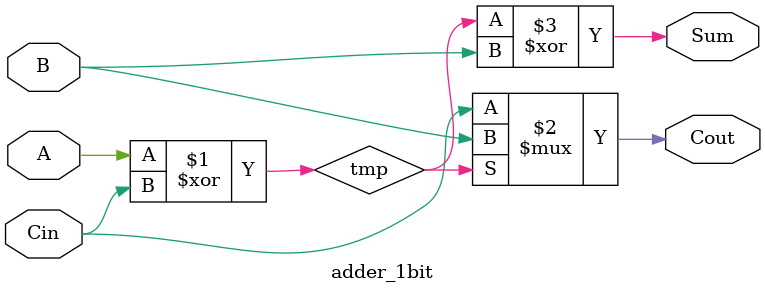
<source format=v>

module adder_1bit (
    input A,
    input B,
    input Cin,
    output Sum,
    output Cout
);

    wire tmp;

    // XOR + MUX
    assign tmp = A ^ Cin;
    assign Cout = tmp ? B : Cin;
    assign Sum = tmp ^ B;

endmodule

</source>
